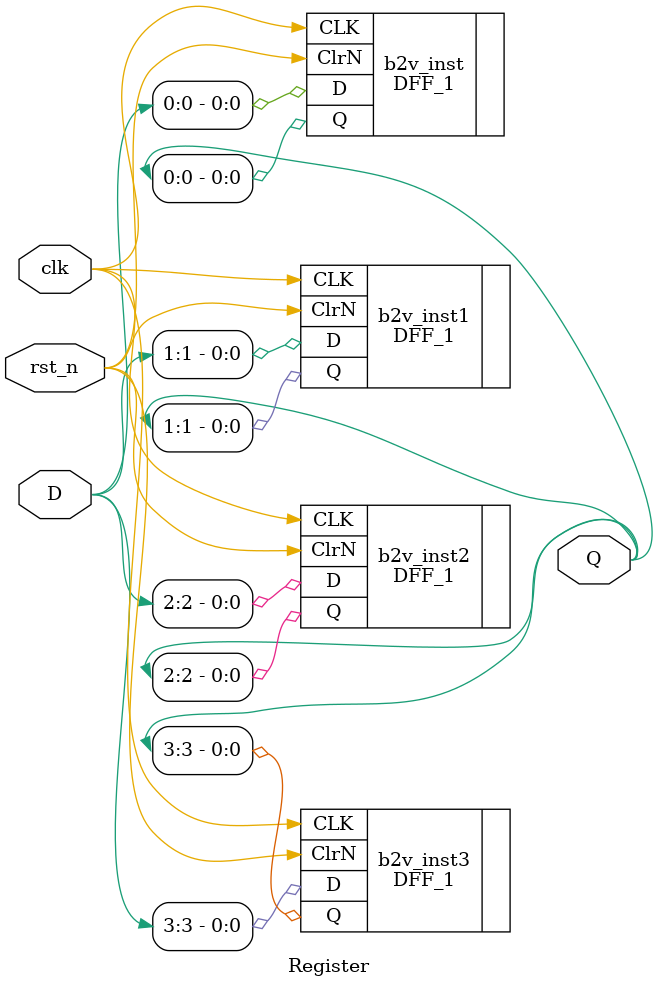
<source format=v>


module Register(
	rst_n,
	clk,
	D,
	Q
);


input wire	rst_n;
input wire	clk;
input wire	[3:0] D;
output wire	[3:0] Q;






DFF_1	b2v_inst(
	.CLK(clk),
	.D(D[0]),
	
	.ClrN(rst_n),
	
	.Q(Q[0]));


DFF_1	b2v_inst1(
	.CLK(clk),
	.D(D[1]),
	
	.ClrN(rst_n),
	
	.Q(Q[1]));


DFF_1	b2v_inst2(
	.CLK(clk),
	.D(D[2]),
	
	.ClrN(rst_n),
	
	.Q(Q[2]));


DFF_1	b2v_inst3(
	.CLK(clk),
	.D(D[3]),
	
	.ClrN(rst_n),
	
	.Q(Q[3]));


endmodule

</source>
